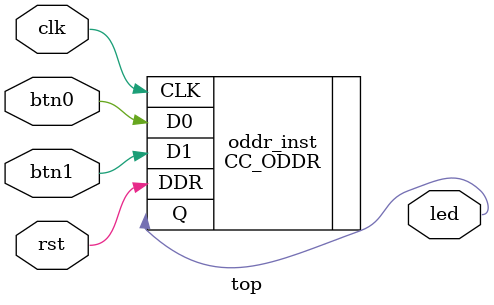
<source format=v>
module top(input wire clk, input wire rst, input wire btn0, input wire btn1, output wire led);
  CC_ODDR #(
    .CLK_INV(1'b0)
  ) oddr_inst (
    .D0(btn0),
    .D1(btn1),
    .CLK(clk),
    .DDR(rst),
    .Q(led)
  );

endmodule

</source>
